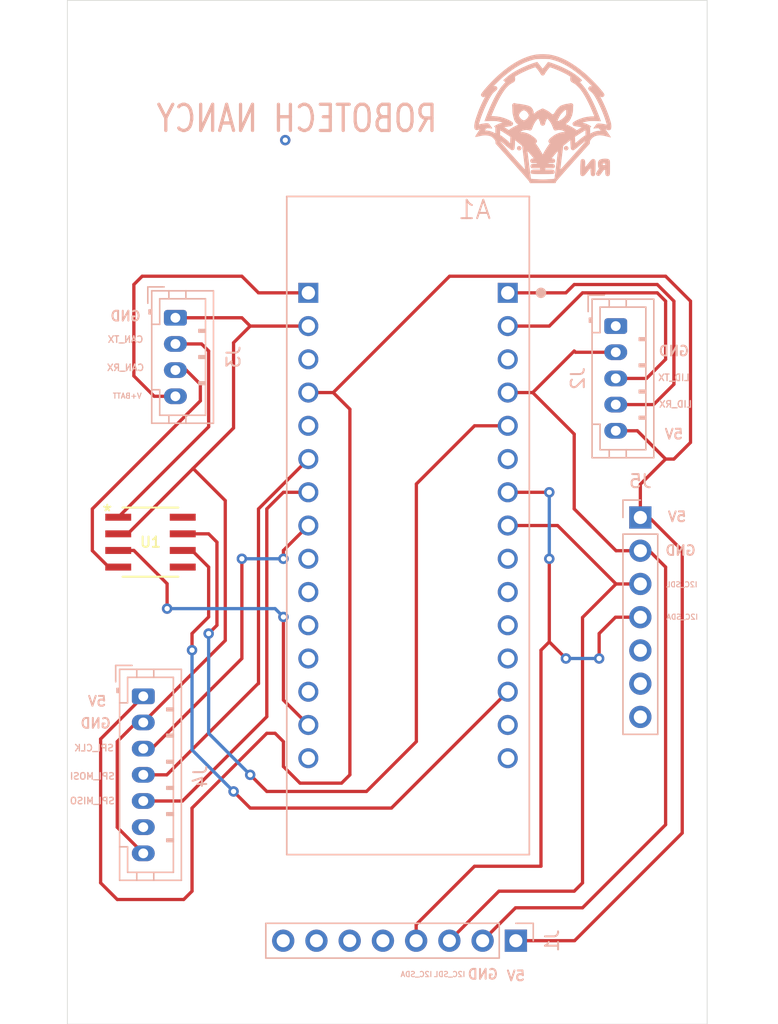
<source format=kicad_pcb>
(kicad_pcb (version 20211014) (generator pcbnew)
  (layers (0 "F.Cu" signal) (31 "B.Cu" signal) (34 "B.Paste" user) (35 "F.Paste" user) (36 "B.SilkS" user "B.Silkscreen") (37 "F.SilkS" user "F.Silkscreen") (38 "B.Mask" user) (39 "F.Mask" user) (44 "Edge.Cuts" user))
  (net 0 "")
  (net 1 "+BATT")
  (net 2 "CAN_TX")
  (net 3 "CAN_RX")
  (net 4 "GND")
  (net 7 "+3V3")
  (net 10 "CAN_L")
  (net 21 "CAN_H")
  (net 22 "+5V")
  (net 25 "UART1_RX")
  (net 26 "UART1_TX")
  (net 27 "SPI_MOSI")
  (net 28 "I2C_SDA")
  (net 29 "SPI_MISO")
  (net 30 "I2C_SCL")
  (net 31 "SPI_CLK")
  (footprint "MountingHole:MountingHole_3.2mm_M3" (layer "F.Cu") (at 168.402 65.659)
    (fp_text reference "REF" hide)
    (fp_text value "MountingHole_3.2mm_M3")
    (pad "" np_thru_hole circle locked (at 0 0) (size 3.2 3.2) (drill 3.2) (layers *.Cu *.Mask))
  )
  (footprint "MountingHole:MountingHole_3.2mm_M3" (layer "F.Cu") (at 129.54 134.62)
    (fp_text reference "REF" hide)
    (fp_text value "MountingHole_3.2mm_M3")
    (pad "" np_thru_hole circle locked (at 0 0) (size 3.2 3.2) (drill 3.2) (layers *.Cu *.Mask))
  )
  (footprint "MountingHole:MountingHole_3.2mm_M3" (layer "F.Cu") (at 167.64 134.62)
    (fp_text reference "REF" hide)
    (fp_text value "MountingHole_3.2mm_M3")
    (pad "" np_thru_hole circle locked (at 0 0) (size 3.2 3.2) (drill 3.2) (layers *.Cu *.Mask))
  )
  (footprint "MountingHole:MountingHole_3.2mm_M3" (layer "F.Cu") (at 127.889 65.659)
    (fp_text reference "REF" hide)
    (fp_text value "MountingHole_3.2mm_M3")
    (pad "" np_thru_hole circle locked (at 0 0) (size 3.2 3.2) (drill 3.2) (layers *.Cu *.Mask))
  )
  (footprint "empreinte:SO-8_S" (layer "F.Cu") (at 130.175 102.87)
    (fp_text reference "U1" (at 0 0) (layer "F.SilkS") (effects (font (size 0.787402 0.787402))))
    (fp_text value "TCAN332")
    (fp_text user "*" (at -3.302 -2.3114) (layer "F.SilkS"))
    (pad "1" smd rect locked (at -2.4638 -1.905) (size 1.9812 0.5334) (layers "F.Cu" "F.Paste" "F.Mask") (net 3 "CAN_RX"))
    (pad "2" smd rect locked (at -2.4638 -0.635) (size 1.9812 0.5334) (layers "F.Cu" "F.Paste" "F.Mask") (net 4 "GND"))
    (pad "3" smd rect locked (at -2.4638 0.635) (size 1.9812 0.5334) (layers "F.Cu" "F.Paste" "F.Mask") (net 7 "+3V3"))
    (pad "4" smd rect locked (at -2.4638 1.905) (size 1.9812 0.5334) (layers "F.Cu" "F.Paste" "F.Mask") (net 2 "CAN_TX"))
    (pad "5" smd rect locked (at 2.4638 1.905) (size 1.9812 0.5334) (layers "F.Cu" "F.Paste" "F.Mask"))
    (pad "6" smd rect locked (at 2.4638 0.635) (size 1.9812 0.5334) (layers "F.Cu" "F.Paste" "F.Mask") (net 10 "CAN_L"))
    (pad "7" smd rect locked (at 2.4638 -0.635) (size 1.9812 0.5334) (layers "F.Cu" "F.Paste" "F.Mask") (net 21 "CAN_H"))
    (pad "8" smd rect locked (at 2.4638 -1.905) (size 1.9812 0.5334) (layers "F.Cu" "F.Paste" "F.Mask"))
  )
  (footprint "Logos:logoRobotechNancy10x10" (layer "B.Cu") (at 160.15986 70.37221 180)
    (fp_text reference "G***" hide)
    (fp_text value "LOGO" hide)
  )
  (footprint "Connector_JST:JST_PH_B4B-PH-K_1x04_P2.00mm_Vertical" (layer "B.Cu") (at 132.08 85.725 -90)
    (fp_text reference "J3" (at 3 -4.445 90) (layer "B.SilkS") (effects (justify mirror)))
    (fp_text value "Conn_01x04")
    (pad "1" thru_hole roundrect locked (at 0 0 270) (size 1.2 1.75) (drill 0.75) (layers *.Cu *.Mask) (roundrect_rratio 0.208333) (net 4 "GND"))
    (pad "2" thru_hole oval locked (at 2 0 270) (size 1.2 1.75) (drill 0.75) (layers *.Cu *.Mask) (net 3 "CAN_RX"))
    (pad "3" thru_hole oval locked (at 4 0 270) (size 1.2 1.75) (drill 0.75) (layers *.Cu *.Mask) (net 2 "CAN_TX"))
    (pad "4" thru_hole oval locked (at 6 0 270) (size 1.2 1.75) (drill 0.75) (layers *.Cu *.Mask) (net 1 "+BATT"))
  )
  (footprint "Connector_JST:JST_PH_B5B-PH-K_1x05_P2.00mm_Vertical" (layer "B.Cu") (at 165.735 86.36 -90)
    (fp_text reference "J2" (at 4 2.9 90) (layer "B.SilkS") (effects (justify mirror)))
    (fp_text value "Conn_01x05")
    (pad "1" thru_hole roundrect locked (at 0 0 270) (size 1.2 1.75) (drill 0.75) (layers *.Cu *.Mask) (roundrect_rratio 0.208333))
    (pad "2" thru_hole oval locked (at 2 0 270) (size 1.2 1.75) (drill 0.75) (layers *.Cu *.Mask) (net 4 "GND"))
    (pad "3" thru_hole oval locked (at 4 0 270) (size 1.2 1.75) (drill 0.75) (layers *.Cu *.Mask) (net 25 "UART1_RX"))
    (pad "4" thru_hole oval locked (at 6 0 270) (size 1.2 1.75) (drill 0.75) (layers *.Cu *.Mask) (net 26 "UART1_TX"))
    (pad "5" thru_hole oval locked (at 8 0 270) (size 1.2 1.75) (drill 0.75) (layers *.Cu *.Mask) (net 22 "+5V"))
  )
  (footprint "Connector_PinSocket_2.54mm:PinSocket_1x08_P2.54mm_Vertical" (layer "B.Cu") (at 158.1 133.325 90)
    (fp_text reference "J1" (at 0 2.77 90) (layer "B.SilkS") (effects (justify mirror)))
    (fp_text value "Conn_01x08")
    (pad "1" thru_hole rect locked (at 0 0 90) (size 1.7 1.7) (drill 1) (layers *.Cu *.Mask) (net 22 "+5V"))
    (pad "2" thru_hole oval locked (at 0 -2.54 90) (size 1.7 1.7) (drill 1) (layers *.Cu *.Mask) (net 4 "GND"))
    (pad "3" thru_hole oval locked (at 0 -5.08 90) (size 1.7 1.7) (drill 1) (layers *.Cu *.Mask) (net 30 "I2C_SCL"))
    (pad "4" thru_hole oval locked (at 0 -7.62 90) (size 1.7 1.7) (drill 1) (layers *.Cu *.Mask) (net 28 "I2C_SDA"))
    (pad "5" thru_hole oval locked (at 0 -10.16 90) (size 1.7 1.7) (drill 1) (layers *.Cu *.Mask))
    (pad "6" thru_hole oval locked (at 0 -12.7 90) (size 1.7 1.7) (drill 1) (layers *.Cu *.Mask))
    (pad "7" thru_hole oval locked (at 0 -15.24 90) (size 1.7 1.7) (drill 1) (layers *.Cu *.Mask))
    (pad "8" thru_hole oval locked (at 0 -17.78 90) (size 1.7 1.7) (drill 1) (layers *.Cu *.Mask))
  )
  (footprint "empreinte:MODULE_NUCLEO-F303K8" (layer "B.Cu") (at 149.86 101.6 180)
    (fp_text reference "A1" (at -5.08 24.13) (layer "B.SilkS") (effects (font (size 1.402378 1.402378)) (justify mirror)))
    (fp_text value "NUCLEO-F303K8")
    (pad "3.1" thru_hole rect locked (at -7.62 17.78 180) (size 1.53 1.53) (drill 1.02) (layers *.Cu *.Mask) (net 26 "UART1_TX"))
    (pad "3.2" thru_hole circle locked (at -7.62 15.24 180) (size 1.53 1.53) (drill 1.02) (layers *.Cu *.Mask) (net 25 "UART1_RX"))
    (pad "3.3" thru_hole circle locked (at -7.62 12.7 180) (size 1.53 1.53) (drill 1.02) (layers *.Cu *.Mask))
    (pad "3.4" thru_hole circle locked (at -7.62 10.16 180) (size 1.53 1.53) (drill 1.02) (layers *.Cu *.Mask) (net 4 "GND"))
    (pad "3.5" thru_hole circle locked (at -7.62 7.62 180) (size 1.53 1.53) (drill 1.02) (layers *.Cu *.Mask) (net 21 "CAN_H"))
    (pad "3.6" thru_hole circle locked (at -7.62 5.08 180) (size 1.53 1.53) (drill 1.02) (layers *.Cu *.Mask))
    (pad "3.7" thru_hole circle locked (at -7.62 2.54 180) (size 1.53 1.53) (drill 1.02) (layers *.Cu *.Mask) (net 28 "I2C_SDA"))
    (pad "3.8" thru_hole circle locked (at -7.62 0 180) (size 1.53 1.53) (drill 1.02) (layers *.Cu *.Mask) (net 30 "I2C_SCL"))
    (pad "3.9" thru_hole circle locked (at -7.62 -2.54 180) (size 1.53 1.53) (drill 1.02) (layers *.Cu *.Mask))
    (pad "3.10" thru_hole circle locked (at -7.62 -5.08 180) (size 1.53 1.53) (drill 1.02) (layers *.Cu *.Mask))
    (pad "3.11" thru_hole circle locked (at -7.62 -7.62 180) (size 1.53 1.53) (drill 1.02) (layers *.Cu *.Mask))
    (pad "3.12" thru_hole circle locked (at -7.62 -10.16 180) (size 1.53 1.53) (drill 1.02) (layers *.Cu *.Mask))
    (pad "3.13" thru_hole circle locked (at -7.62 -12.7 180) (size 1.53 1.53) (drill 1.02) (layers *.Cu *.Mask) (net 10 "CAN_L"))
    (pad "3.14" thru_hole circle locked (at -7.62 -15.24 180) (size 1.53 1.53) (drill 1.02) (layers *.Cu *.Mask))
    (pad "3.15" thru_hole circle locked (at -7.62 -17.78 180) (size 1.53 1.53) (drill 1.02) (layers *.Cu *.Mask))
    (pad "4.1" thru_hole rect locked (at 7.62 17.78 180) (size 1.53 1.53) (drill 1.02) (layers *.Cu *.Mask) (net 1 "+BATT"))
    (pad "4.2" thru_hole circle locked (at 7.62 15.24 180) (size 1.53 1.53) (drill 1.02) (layers *.Cu *.Mask) (net 4 "GND"))
    (pad "4.3" thru_hole circle locked (at 7.62 12.7 180) (size 1.53 1.53) (drill 1.02) (layers *.Cu *.Mask))
    (pad "4.4" thru_hole circle locked (at 7.62 10.16 180) (size 1.53 1.53) (drill 1.02) (layers *.Cu *.Mask) (net 22 "+5V"))
    (pad "4.5" thru_hole circle locked (at 7.62 7.62 180) (size 1.53 1.53) (drill 1.02) (layers *.Cu *.Mask))
    (pad "4.6" thru_hole circle locked (at 7.62 5.08 180) (size 1.53 1.53) (drill 1.02) (layers *.Cu *.Mask) (net 27 "SPI_MOSI"))
    (pad "4.7" thru_hole circle locked (at 7.62 2.54 180) (size 1.53 1.53) (drill 1.02) (layers *.Cu *.Mask) (net 29 "SPI_MISO"))
    (pad "4.8" thru_hole circle locked (at 7.62 0 180) (size 1.53 1.53) (drill 1.02) (layers *.Cu *.Mask) (net 31 "SPI_CLK"))
    (pad "4.9" thru_hole circle locked (at 7.62 -2.54 180) (size 1.53 1.53) (drill 1.02) (layers *.Cu *.Mask))
    (pad "4.10" thru_hole circle locked (at 7.62 -5.08 180) (size 1.53 1.53) (drill 1.02) (layers *.Cu *.Mask))
    (pad "4.11" thru_hole circle locked (at 7.62 -7.62 180) (size 1.53 1.53) (drill 1.02) (layers *.Cu *.Mask))
    (pad "4.12" thru_hole circle locked (at 7.62 -10.16 180) (size 1.53 1.53) (drill 1.02) (layers *.Cu *.Mask))
    (pad "4.13" thru_hole circle locked (at 7.62 -12.7 180) (size 1.53 1.53) (drill 1.02) (layers *.Cu *.Mask))
    (pad "4.14" thru_hole circle locked (at 7.62 -15.24 180) (size 1.53 1.53) (drill 1.02) (layers *.Cu *.Mask) (net 7 "+3V3"))
    (pad "4.15" thru_hole circle locked (at 7.62 -17.78 180) (size 1.53 1.53) (drill 1.02) (layers *.Cu *.Mask))
  )
  (footprint "Connector_PinSocket_2.54mm:PinSocket_1x07_P2.54mm_Vertical" (layer "B.Cu") (at 167.615 100.985 180)
    (fp_text reference "J5" (at 0 2.77) (layer "B.SilkS") (effects (justify mirror)))
    (fp_text value "Conn_01x07")
    (pad "1" thru_hole rect locked (at 0 0 180) (size 1.7 1.7) (drill 1) (layers *.Cu *.Mask) (net 22 "+5V"))
    (pad "2" thru_hole oval locked (at 0 -2.54 180) (size 1.7 1.7) (drill 1) (layers *.Cu *.Mask) (net 4 "GND"))
    (pad "3" thru_hole oval locked (at 0 -5.08 180) (size 1.7 1.7) (drill 1) (layers *.Cu *.Mask) (net 30 "I2C_SCL"))
    (pad "4" thru_hole oval locked (at 0 -7.62 180) (size 1.7 1.7) (drill 1) (layers *.Cu *.Mask) (net 28 "I2C_SDA"))
    (pad "5" thru_hole oval locked (at 0 -10.16 180) (size 1.7 1.7) (drill 1) (layers *.Cu *.Mask))
    (pad "6" thru_hole oval locked (at 0 -12.7 180) (size 1.7 1.7) (drill 1) (layers *.Cu *.Mask))
    (pad "7" thru_hole oval locked (at 0 -15.24 180) (size 1.7 1.7) (drill 1) (layers *.Cu *.Mask))
  )
  (footprint "Connector_JST:JST_PH_B7B-PH-K_1x07_P2.00mm_Vertical" (layer "B.Cu") (at 129.625 114.65 -90)
    (fp_text reference "J4" (at 6.127 -4.36 90) (layer "B.SilkS") (effects (justify mirror)))
    (fp_text value "Conn_01x07")
    (pad "1" thru_hole roundrect locked (at 0 0 270) (size 1.2 1.75) (drill 0.75) (layers *.Cu *.Mask) (roundrect_rratio 0.208333) (net 22 "+5V"))
    (pad "2" thru_hole oval locked (at 2 0 270) (size 1.2 1.75) (drill 0.75) (layers *.Cu *.Mask) (net 4 "GND"))
    (pad "3" thru_hole oval locked (at 4 0 270) (size 1.2 1.75) (drill 0.75) (layers *.Cu *.Mask) (net 31 "SPI_CLK"))
    (pad "4" thru_hole oval locked (at 6 0 270) (size 1.2 1.75) (drill 0.75) (layers *.Cu *.Mask) (net 27 "SPI_MOSI"))
    (pad "5" thru_hole oval locked (at 8 0 270) (size 1.2 1.75) (drill 0.75) (layers *.Cu *.Mask) (net 29 "SPI_MISO"))
    (pad "6" thru_hole oval locked (at 10 0 270) (size 1.2 1.75) (drill 0.75) (layers *.Cu *.Mask))
    (pad "7" thru_hole oval locked (at 12 0 270) (size 1.2 1.75) (drill 0.75) (layers *.Cu *.Mask) (net 4 "GND"))
  )
  (gr_rect (start 123.825 61.468) (end 172.72 139.7) (layer "Edge.Cuts") (width 0.05) (fill none))
  (gr_text "LID_RX" (at 170.307 92.329) (layer "B.SilkS") (effects (font (size 0.5 0.5) (thickness 0.1)) (justify mirror)))
  (gr_text "V+BATT" (at 128.397 91.694) (layer "B.SilkS") (effects (font (size 0.4 0.4) (thickness 0.08)) (justify mirror)))
  (gr_text "CAN_RX" (at 128.27 89.535) (layer "B.SilkS") (effects (font (size 0.5 0.5) (thickness 0.1)) (justify mirror)))
  (gr_text "5V" (at 158.099969 136.009357) (layer "B.SilkS") (effects (font (size 0.75 0.75)) (justify mirror)))
  (gr_text "5V" (at 170.18 94.615) (layer "B.SilkS") (effects (font (size 0.75 0.75)) (justify mirror)))
  (gr_text "GND" (at 170.688 103.505) (layer "B.SilkS") (effects (font (size 0.75 0.75)) (justify mirror)))
  (gr_text "GND" (at 125.984 116.713) (layer "B.SilkS") (effects (font (size 0.75 0.75)) (justify mirror)))
  (gr_text "ROBOTECH NANCY" (at 141.36386 70.49921) (layer "B.SilkS") (effects (font (size 2 1.6) (thickness 0.25)) (justify mirror)))
  (gr_text "SPI_MISO\n\n\n" (at 125.73 123.444) (layer "B.SilkS") (effects (font (size 0.5 0.5) (thickness 0.1)) (justify mirror)))
  (gr_text "GND" (at 155.575 135.89) (layer "B.SilkS") (effects (font (size 0.75 0.75)) (justify mirror)))
  (gr_text "5V" (at 126.095672 115.027264) (layer "B.SilkS") (effects (font (size 0.75 0.75)) (justify mirror)))
  (gr_text "GND" (at 170.18 88.265) (layer "B.SilkS") (effects (font (size 0.75 0.75)) (justify mirror)))
  (gr_text "I2C_SDA" (at 150.495 135.889912) (layer "B.SilkS") (effects (font (size 0.4 0.4) (thickness 0.08)) (justify mirror)))
  (gr_text "SPI_MOSI\n\n" (at 125.73 121.158) (layer "B.SilkS") (effects (font (size 0.5 0.5) (thickness 0.1)) (justify mirror)))
  (gr_text "I2C_SDA" (at 170.815 108.585) (layer "B.SilkS") (effects (font (size 0.4 0.4) (thickness 0.08)) (justify mirror)))
  (gr_text "GND" (at 128.27 85.598) (layer "B.SilkS") (effects (font (size 0.75 0.75)) (justify mirror)))
  (gr_text "I2C_SDL\n" (at 170.78 106.11) (layer "B.SilkS") (effects (font (size 0.4 0.4) (thickness 0.08)) (justify mirror)))
  (gr_text "I2C_SDL\n" (at 153.035 135.89) (layer "B.SilkS") (effects (font (size 0.4 0.4) (thickness 0.08)) (justify mirror)))
  (gr_text "LID_TX" (at 170.18 90.297) (layer "B.SilkS") (effects (font (size 0.5 0.5) (thickness 0.1)) (justify mirror)))
  (gr_text "CAN_TX" (at 128.27 87.376) (layer "B.SilkS") (effects (font (size 0.5 0.5) (thickness 0.1)) (justify mirror)))
  (gr_text "5V" (at 170.418504 100.930692) (layer "B.SilkS") (effects (font (size 0.75 0.75)) (justify mirror)))
  (gr_text "SPI_CLK\n\n" (at 125.857 118.999) (layer "B.SilkS") (effects (font (size 0.5 0.5) (thickness 0.1)) (justify mirror)))
  (via (at 140.47486 72.15021) (size 0.8) (drill 0.4) (layers "F.Cu" "B.Cu") (net 0))
  (segment (start 138.43 83.82) (end 142.24 83.82) (width 0.25) (layer "F.Cu") (net 1))
  (segment (start 130.46 91.725) (end 128.905 90.17) (width 0.25) (layer "F.Cu") (net 1))
  (segment (start 128.905 83.185) (end 129.54 82.55) (width 0.25) (layer "F.Cu") (net 1))
  (segment (start 128.905 90.17) (end 128.905 83.185) (width 0.25) (layer "F.Cu") (net 1))
  (segment (start 129.54 82.55) (end 137.16 82.55) (width 0.25) (layer "F.Cu") (net 1))
  (segment (start 137.16 82.55) (end 138.43 83.82) (width 0.25) (layer "F.Cu") (net 1))
  (segment (start 132.08 91.725) (end 130.46 91.725) (width 0.25) (layer "F.Cu") (net 1))
  (segment (start 125.73 103.5177) (end 126.9873 104.775) (width 0.25) (layer "F.Cu") (net 2))
  (segment (start 132.08 89.725) (end 132.905 89.725) (width 0.25) (layer "F.Cu") (net 2))
  (segment (start 125.73 100.33) (end 125.73 103.5177) (width 0.25) (layer "F.Cu") (net 2))
  (segment (start 133.985 90.805) (end 133.985 92.075) (width 0.25) (layer "F.Cu") (net 2))
  (segment (start 133.985 92.075) (end 125.73 100.33) (width 0.25) (layer "F.Cu") (net 2))
  (segment (start 126.9873 104.775) (end 127.7112 104.775) (width 0.25) (layer "F.Cu") (net 2))
  (segment (start 132.905 89.725) (end 133.985 90.805) (width 0.25) (layer "F.Cu") (net 2))
  (segment (start 134.62 94.0562) (end 127.7112 100.965) (width 0.25) (layer "F.Cu") (net 3))
  (segment (start 134.08 87.725) (end 134.62 88.265) (width 0.25) (layer "F.Cu") (net 3))
  (segment (start 132.08 87.725) (end 134.08 87.725) (width 0.25) (layer "F.Cu") (net 3))
  (segment (start 134.62 88.265) (end 134.62 94.0562) (width 0.25) (layer "F.Cu") (net 3))
  (segment (start 162.56 100.33) (end 165.755 103.525) (width 0.25) (layer "F.Cu") (net 4))
  (segment (start 162.56 94.615) (end 162.56 100.33) (width 0.25) (layer "F.Cu") (net 4))
  (segment (start 127.635 118.11) (end 127.635 124.66) (width 0.25) (layer "F.Cu") (net 4))
  (segment (start 163.195 130.81) (end 158.075 130.81) (width 0.25) (layer "F.Cu") (net 4))
  (segment (start 169.545 104.775) (end 169.545 124.46) (width 0.25) (layer "F.Cu") (net 4))
  (segment (start 159.385 91.44) (end 162.56 94.615) (width 0.25) (layer "F.Cu") (net 4))
  (segment (start 129.095 116.65) (end 127.635 118.11) (width 0.25) (layer "F.Cu") (net 4))
  (segment (start 128.4351 102.235) (end 127.7112 102.235) (width 0.25) (layer "F.Cu") (net 4))
  (segment (start 162.655 88.36) (end 165.735 88.36) (width 0.25) (layer "F.Cu") (net 4))
  (segment (start 137.16 85.725) (end 132.08 85.725) (width 0.25) (layer "F.Cu") (net 4))
  (segment (start 133.43255 97.23755) (end 128.4351 102.235) (width 0.25) (layer "F.Cu") (net 4))
  (segment (start 136.525 87.63) (end 136.525 94.1451) (width 0.25) (layer "F.Cu") (net 4))
  (segment (start 127.635 124.66) (end 129.625 126.65) (width 0.25) (layer "F.Cu") (net 4))
  (segment (start 165.755 103.525) (end 167.615 103.525) (width 0.25) (layer "F.Cu") (net 4))
  (segment (start 159.385 91.44) (end 162.56 88.265) (width 0.25) (layer "F.Cu") (net 4))
  (segment (start 168.295 103.525) (end 169.545 104.775) (width 0.25) (layer "F.Cu") (net 4))
  (segment (start 137.795 86.36) (end 137.16 85.725) (width 0.25) (layer "F.Cu") (net 4))
  (segment (start 137.795 86.36) (end 136.525 87.63) (width 0.25) (layer "F.Cu") (net 4))
  (segment (start 135.89 99.695) (end 135.89 110.385) (width 0.25) (layer "F.Cu") (net 4))
  (segment (start 133.43255 97.23755) (end 135.89 99.695) (width 0.25) (layer "F.Cu") (net 4))
  (segment (start 162.56 88.265) (end 162.655 88.36) (width 0.25) (layer "F.Cu") (net 4))
  (segment (start 157.48 91.44) (end 159.385 91.44) (width 0.25) (layer "F.Cu") (net 4))
  (segment (start 158.075 130.81) (end 155.56 133.325) (width 0.25) (layer "F.Cu") (net 4))
  (segment (start 135.89 110.385) (end 129.625 116.65) (width 0.25) (layer "F.Cu") (net 4))
  (segment (start 142.24 86.36) (end 137.795 86.36) (width 0.25) (layer "F.Cu") (net 4))
  (segment (start 136.525 94.1451) (end 133.43255 97.23755) (width 0.25) (layer "F.Cu") (net 4))
  (segment (start 169.545 124.46) (end 163.195 130.81) (width 0.25) (layer "F.Cu") (net 4))
  (segment (start 129.625 116.65) (end 129.095 116.65) (width 0.25) (layer "F.Cu") (net 4))
  (segment (start 167.615 103.525) (end 168.295 103.525) (width 0.25) (layer "F.Cu") (net 4))
  (segment (start 131.445 106.045) (end 131.445 107.95) (width 0.25) (layer "F.Cu") (net 7))
  (segment (start 140.335 108.585) (end 140.335 114.935) (width 0.25) (layer "F.Cu") (net 7))
  (segment (start 140.335 114.935) (end 142.24 116.84) (width 0.25) (layer "F.Cu") (net 7))
  (segment (start 128.905 103.505) (end 131.445 106.045) (width 0.25) (layer "F.Cu") (net 7))
  (segment (start 127.7112 103.505) (end 128.905 103.505) (width 0.25) (layer "F.Cu") (net 7))
  (via (at 140.335 108.585) (size 0.8) (drill 0.4) (layers "F.Cu" "B.Cu") (net 7))
  (via (at 131.445 107.95) (size 0.8) (drill 0.4) (layers "F.Cu" "B.Cu") (net 7))
  (segment (start 131.445 107.95) (end 139.7 107.95) (width 0.25) (layer "B.Cu") (net 7))
  (segment (start 139.7 107.95) (end 140.335 108.585) (width 0.25) (layer "B.Cu") (net 7))
  (segment (start 136.525 121.92) (end 137.795 123.19) (width 0.25) (layer "F.Cu") (net 10))
  (segment (start 132.6388 103.505) (end 133.35 103.505) (width 0.25) (layer "F.Cu") (net 10))
  (segment (start 133.35 103.505) (end 134.62 104.775) (width 0.25) (layer "F.Cu") (net 10))
  (segment (start 148.59 123.19) (end 157.48 114.3) (width 0.25) (layer "F.Cu") (net 10))
  (segment (start 133.35 109.855) (end 133.35 111.125) (width 0.25) (layer "F.Cu") (net 10))
  (segment (start 134.62 108.585) (end 133.35 109.855) (width 0.25) (layer "F.Cu") (net 10))
  (segment (start 134.62 104.775) (end 134.62 108.585) (width 0.25) (layer "F.Cu") (net 10))
  (segment (start 137.795 123.19) (end 148.59 123.19) (width 0.25) (layer "F.Cu") (net 10))
  (via (at 136.525 121.92) (size 0.8) (drill 0.4) (layers "F.Cu" "B.Cu") (net 10))
  (via (at 133.35 111.125) (size 0.8) (drill 0.4) (layers "F.Cu" "B.Cu") (net 10))
  (segment (start 133.35 118.745) (end 136.525 121.92) (width 0.25) (layer "B.Cu") (net 10))
  (segment (start 133.35 111.125) (end 133.35 118.745) (width 0.25) (layer "B.Cu") (net 10))
  (segment (start 146.685 121.92) (end 150.495 118.11) (width 0.25) (layer "F.Cu") (net 21))
  (segment (start 137.795 120.65) (end 139.065 121.92) (width 0.25) (layer "F.Cu") (net 21))
  (segment (start 150.495 98.425) (end 154.94 93.98) (width 0.25) (layer "F.Cu") (net 21))
  (segment (start 139.065 121.92) (end 146.685 121.92) (width 0.25) (layer "F.Cu") (net 21))
  (segment (start 154.94 93.98) (end 157.48 93.98) (width 0.25) (layer "F.Cu") (net 21))
  (segment (start 132.6388 102.235) (end 134.62 102.235) (width 0.25) (layer "F.Cu") (net 21))
  (segment (start 150.495 118.11) (end 150.495 98.425) (width 0.25) (layer "F.Cu") (net 21))
  (segment (start 135.255 102.87) (end 135.255 109.22) (width 0.25) (layer "F.Cu") (net 21))
  (segment (start 134.62 102.235) (end 135.255 102.87) (width 0.25) (layer "F.Cu") (net 21))
  (segment (start 135.255 109.22) (end 134.62 109.855) (width 0.25) (layer "F.Cu") (net 21))
  (via (at 134.62 109.855) (size 0.8) (drill 0.4) (layers "F.Cu" "B.Cu") (net 21))
  (via (at 137.795 120.65) (size 0.8) (drill 0.4) (layers "F.Cu" "B.Cu") (net 21))
  (segment (start 134.62 109.855) (end 134.62 117.475) (width 0.25) (layer "B.Cu") (net 21))
  (segment (start 134.62 117.475) (end 137.795 120.65) (width 0.25) (layer "B.Cu") (net 21))
  (segment (start 126.365 128.905) (end 126.365 117.91) (width 0.25) (layer "F.Cu") (net 22))
  (segment (start 171.45 84.455) (end 171.45 95.25) (width 0.25) (layer "F.Cu") (net 22))
  (segment (start 167.385 94.36) (end 165.735 94.36) (width 0.25) (layer "F.Cu") (net 22))
  (segment (start 167.615 100.985) (end 168.295 100.985) (width 0.25) (layer "F.Cu") (net 22))
  (segment (start 170.815 103.505) (end 170.815 125.095) (width 0.25) (layer "F.Cu") (net 22))
  (segment (start 169.545 96.52) (end 167.615 98.45) (width 0.25) (layer "F.Cu") (net 22))
  (segment (start 133.35 129.54) (end 132.715 130.175) (width 0.25) (layer "F.Cu") (net 22))
  (segment (start 140.335 120.015) (end 140.335 118.11) (width 0.25) (layer "F.Cu") (net 22))
  (segment (start 133.35 123.19) (end 133.35 129.54) (width 0.25) (layer "F.Cu") (net 22))
  (segment (start 168.295 100.985) (end 170.815 103.505) (width 0.25) (layer "F.Cu") (net 22))
  (segment (start 141.605 121.285) (end 140.335 120.015) (width 0.25) (layer "F.Cu") (net 22))
  (segment (start 167.615 98.45) (end 167.615 100.985) (width 0.25) (layer "F.Cu") (net 22))
  (segment (start 153.035 82.55) (end 169.545 82.55) (width 0.25) (layer "F.Cu") (net 22))
  (segment (start 171.45 95.25) (end 170.18 96.52) (width 0.25) (layer "F.Cu") (net 22))
  (segment (start 169.545 96.52) (end 167.385 94.36) (width 0.25) (layer "F.Cu") (net 22))
  (segment (start 144.145 91.44) (end 153.035 82.55) (width 0.25) (layer "F.Cu") (net 22))
  (segment (start 145.415 92.71) (end 145.415 120.65) (width 0.25) (layer "F.Cu") (net 22))
  (segment (start 132.715 130.175) (end 127.635 130.175) (width 0.25) (layer "F.Cu") (net 22))
  (segment (start 144.78 121.285) (end 141.605 121.285) (width 0.25) (layer "F.Cu") (net 22))
  (segment (start 169.545 82.55) (end 171.45 84.455) (width 0.25) (layer "F.Cu") (net 22))
  (segment (start 170.18 96.52) (end 169.545 96.52) (width 0.25) (layer "F.Cu") (net 22))
  (segment (start 139.065 117.475) (end 133.35 123.19) (width 0.25) (layer "F.Cu") (net 22))
  (segment (start 145.415 120.65) (end 144.78 121.285) (width 0.25) (layer "F.Cu") (net 22))
  (segment (start 140.335 118.11) (end 139.7 117.475) (width 0.25) (layer "F.Cu") (net 22))
  (segment (start 142.24 91.44) (end 144.145 91.44) (width 0.25) (layer "F.Cu") (net 22))
  (segment (start 127.635 130.175) (end 126.365 128.905) (width 0.25) (layer "F.Cu") (net 22))
  (segment (start 170.815 125.095) (end 162.585 133.325) (width 0.25) (layer "F.Cu") (net 22))
  (segment (start 139.7 117.475) (end 139.065 117.475) (width 0.25) (layer "F.Cu") (net 22))
  (segment (start 162.585 133.325) (end 158.1 133.325) (width 0.25) (layer "F.Cu") (net 22))
  (segment (start 126.365 117.91) (end 129.625 114.65) (width 0.25) (layer "F.Cu") (net 22))
  (segment (start 144.145 91.44) (end 145.415 92.71) (width 0.25) (layer "F.Cu") (net 22))
  (segment (start 163.195 83.82) (end 168.91 83.82) (width 0.25) (layer "F.Cu") (net 25))
  (segment (start 168.91 83.82) (end 169.545 84.455) (width 0.25) (layer "F.Cu") (net 25))
  (segment (start 168.085 90.36) (end 165.735 90.36) (width 0.25) (layer "F.Cu") (net 25))
  (segment (start 169.545 88.9) (end 168.085 90.36) (width 0.25) (layer "F.Cu") (net 25))
  (segment (start 169.545 84.455) (end 169.545 88.9) (width 0.25) (layer "F.Cu") (net 25))
  (segment (start 157.48 86.36) (end 160.655 86.36) (width 0.25) (layer "F.Cu") (net 25))
  (segment (start 160.655 86.36) (end 163.195 83.82) (width 0.25) (layer "F.Cu") (net 25))
  (segment (start 170.18 90.805) (end 168.625 92.36) (width 0.25) (layer "F.Cu") (net 26))
  (segment (start 157.48 83.82) (end 161.925 83.82) (width 0.25) (layer "F.Cu") (net 26))
  (segment (start 161.925 83.82) (end 162.56 83.185) (width 0.25) (layer "F.Cu") (net 26))
  (segment (start 168.910718 83.185) (end 170.18 84.454282) (width 0.25) (layer "F.Cu") (net 26))
  (segment (start 168.625 92.36) (end 165.735 92.36) (width 0.25) (layer "F.Cu") (net 26))
  (segment (start 162.56 83.185) (end 168.910718 83.185) (width 0.25) (layer "F.Cu") (net 26))
  (segment (start 170.18 84.454282) (end 170.18 90.805) (width 0.25) (layer "F.Cu") (net 26))
  (segment (start 138.43 113.644) (end 131.424 120.65) (width 0.25) (layer "F.Cu") (net 27))
  (segment (start 131.424 120.65) (end 129.625 120.65) (width 0.25) (layer "F.Cu") (net 27))
  (segment (start 138.43 100.33) (end 138.43 113.68625) (width 0.25) (layer "F.Cu") (net 27))
  (segment (start 142.24 96.52) (end 138.43 100.33) (width 0.25) (layer "F.Cu") (net 27))
  (segment (start 160.655 104.14) (end 160.655 110.49) (width 0.25) (layer "F.Cu") (net 28))
  (segment (start 160.02 111.125) (end 160.02 127.635) (width 0.25) (layer "F.Cu") (net 28))
  (segment (start 150.48 132.095) (end 150.48 133.325) (width 0.25) (layer "F.Cu") (net 28))
  (segment (start 160.02 127.635) (end 154.94 127.635) (width 0.25) (layer "F.Cu") (net 28))
  (segment (start 165.715 108.605) (end 167.615 108.605) (width 0.25) (layer "F.Cu") (net 28))
  (segment (start 157.48 99.06) (end 160.655 99.06) (width 0.25) (layer "F.Cu") (net 28))
  (segment (start 160.655 110.49) (end 160.02 111.125) (width 0.25) (layer "F.Cu") (net 28))
  (segment (start 164.465 111.76) (end 164.465 109.855) (width 0.25) (layer "F.Cu") (net 28))
  (segment (start 154.94 127.635) (end 150.48 132.095) (width 0.25) (layer "F.Cu") (net 28))
  (segment (start 160.655 110.49) (end 161.925 111.76) (width 0.25) (layer "F.Cu") (net 28))
  (segment (start 164.465 109.855) (end 165.715 108.605) (width 0.25) (layer "F.Cu") (net 28))
  (via (at 160.655 104.14) (size 0.8) (drill 0.4) (layers "F.Cu" "B.Cu") (net 28))
  (via (at 161.925 111.76) (size 0.8) (drill 0.4) (layers "F.Cu" "B.Cu") (net 28))
  (via (at 160.655 99.06) (size 0.8) (drill 0.4) (layers "F.Cu" "B.Cu") (net 28))
  (via (at 164.465 111.76) (size 0.8) (drill 0.4) (layers "F.Cu" "B.Cu") (net 28))
  (segment (start 160.655 99.06) (end 160.655 104.14) (width 0.25) (layer "B.Cu") (net 28))
  (segment (start 161.925 111.76) (end 164.465 111.76) (width 0.25) (layer "B.Cu") (net 28))
  (segment (start 140.335718 99.06) (end 139.065 100.330718) (width 0.25) (layer "F.Cu") (net 29))
  (segment (start 142.24 99.06) (end 140.335718 99.06) (width 0.25) (layer "F.Cu") (net 29))
  (segment (start 139.065 100.330718) (end 139.065 116.205) (width 0.25) (layer "F.Cu") (net 29))
  (segment (start 132.62 122.65) (end 129.625 122.65) (width 0.25) (layer "F.Cu") (net 29))
  (segment (start 139.065 116.205) (end 132.62 122.65) (width 0.25) (layer "F.Cu") (net 29))
  (segment (start 165.755 106.065) (end 163.195 108.625) (width 0.25) (layer "F.Cu") (net 30))
  (segment (start 163.195 128.905) (end 162.56 129.54) (width 0.25) (layer "F.Cu") (net 30))
  (segment (start 162.56 129.54) (end 156.805 129.54) (width 0.25) (layer "F.Cu") (net 30))
  (segment (start 163.195 108.625) (end 163.195 128.905) (width 0.25) (layer "F.Cu") (net 30))
  (segment (start 161.29 101.6) (end 165.755 106.065) (width 0.25) (layer "F.Cu") (net 30))
  (segment (start 156.805 129.54) (end 153.02 133.325) (width 0.25) (layer "F.Cu") (net 30))
  (segment (start 165.755 106.065) (end 167.615 106.065) (width 0.25) (layer "F.Cu") (net 30))
  (segment (start 157.48 101.6) (end 161.29 101.6) (width 0.25) (layer "F.Cu") (net 30))
  (segment (start 137.16 104.14) (end 137.16 111.76) (width 0.25) (layer "F.Cu") (net 31))
  (segment (start 142.24 101.6) (end 140.335 103.505) (width 0.25) (layer "F.Cu") (net 31))
  (segment (start 137.16 111.76) (end 130.27 118.65) (width 0.25) (layer "F.Cu") (net 31))
  (segment (start 130.27 118.65) (end 129.625 118.65) (width 0.25) (layer "F.Cu") (net 31))
  (segment (start 140.335 103.505) (end 140.335 104.14) (width 0.25) (layer "F.Cu") (net 31))
  (via (at 140.335 104.14) (size 0.8) (drill 0.4) (layers "F.Cu" "B.Cu") (net 31))
  (via (at 137.16 104.14) (size 0.8) (drill 0.4) (layers "F.Cu" "B.Cu") (net 31))
  (segment (start 137.16 104.14) (end 140.335 104.14) (width 0.25) (layer "B.Cu") (net 31))
)
</source>
